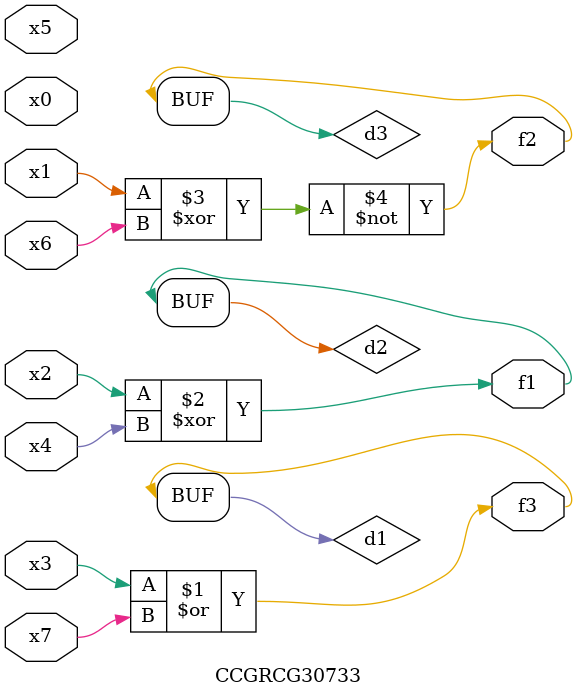
<source format=v>
module CCGRCG30733(
	input x0, x1, x2, x3, x4, x5, x6, x7,
	output f1, f2, f3
);

	wire d1, d2, d3;

	or (d1, x3, x7);
	xor (d2, x2, x4);
	xnor (d3, x1, x6);
	assign f1 = d2;
	assign f2 = d3;
	assign f3 = d1;
endmodule

</source>
